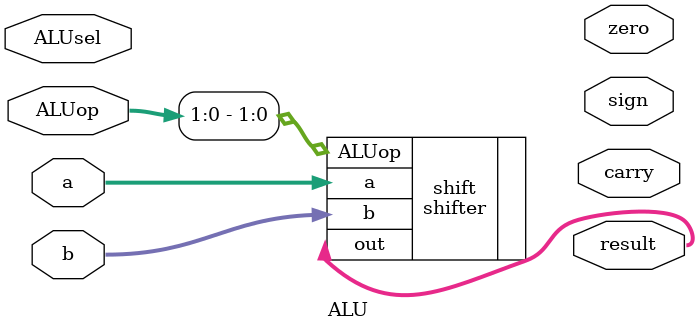
<source format=v>
module ALU (input signed [31:0] a, input signed [31:0] b, input ALUsel, input [4:0] ALUop, output reg carry, output reg zero, output reg sign, output reg [31:0] result);


    shifter shift(.a(a), .b(b), .ALUop(ALUop[1:0]), .out(result));

endmodule
</source>
